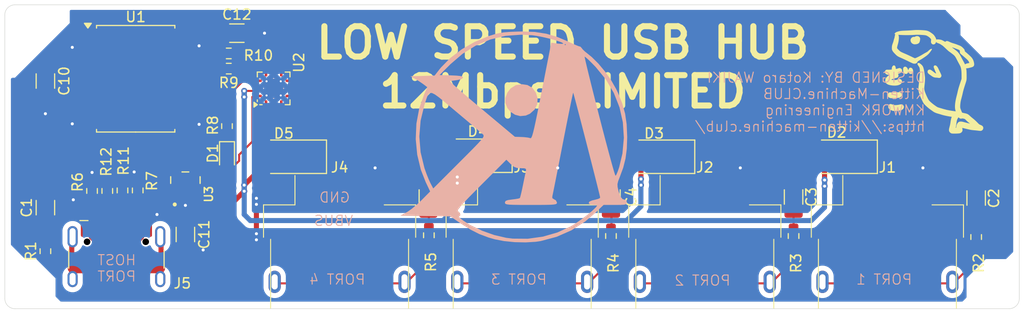
<source format=kicad_pcb>
(kicad_pcb (version 20241229) (generator "pcbnew") (generator_version "9.0")
  (layers (0 "F.Cu" signal) (2 "B.Cu" signal) (13 "F.Paste" user) (15 "B.Paste" user) (5 "F.SilkS" user "F.Silkscreen") (7 "B.SilkS" user "B.Silkscreen") (1 "F.Mask" user) (3 "B.Mask" user) (25 "Edge.Cuts" user))
  (net 0 "")
  (net 1 "Net-(C1-Pad1)")
  (net 2 "GND")
  (net 3 "Net-(C2-Pad1)")
  (net 4 "Net-(C3-Pad1)")
  (net 5 "Net-(C4-Pad1)")
  (net 6 "Net-(C5-Pad1)")
  (net 7 "VBUS")
  (net 8 "+3.3V")
  (net 9 "Net-(D1-K)")
  (net 10 "Net-(D2-K)")
  (net 11 "Net-(D3-K)")
  (net 12 "Net-(D4-K)")
  (net 13 "Net-(D5-K)")
  (net 14 "Net-(J1-Shield)")
  (net 15 "D-1")
  (net 16 "D+1")
  (net 17 "D-2")
  (net 18 "Net-(J2-Shield)")
  (net 19 "D+2")
  (net 20 "D-3")
  (net 21 "Net-(J3-Shield)")
  (net 22 "D+3")
  (net 23 "Net-(J4-Shield)")
  (net 24 "D+4")
  (net 25 "D-4")
  (net 26 "Net-(J5-SHIELD)")
  (net 27 "UD-")
  (net 28 "UD+")
  (net 29 "Net-(J5-CC1)")
  (net 30 "Net-(J5-CC2)")
  (net 31 "Net-(U2-PGANG)")
  (net 32 "DD+")
  (net 33 "Net-(U1-DD+)")
  (net 34 "Net-(U1-DD-)")
  (net 35 "DD-")
  (net 36 "Net-(U1-UD+)")
  (net 37 "Net-(U1-UD-)")
  (footprint "Resistor_SMD:R_0603_1608Metric" (layer "F.Cu") (at 93.6 118.375 90)
    (property "Reference" "R6" (at 0.875 -1.43 90) (layer "F.SilkS"))
    (property "Value" "R 5.1K" (hide yes))
    (pad "1" smd roundrect (at -0.825 0 90) (size 0.8 0.95) (layers "F.Cu" "F.Mask" "F.Paste") (net 29 "Net-(J5-CC1)"))
    (pad "2" smd roundrect (at 0.825 0 90) (size 0.8 0.95) (layers "F.Cu" "F.Mask" "F.Paste") (net 2 "GND"))
  )
  (footprint "Library:USB_A_Receptacle_C668591" (layer "F.Cu") (at 118 123)
    (property "Reference" "J4" (at 0 -6.95 0) (layer "F.SilkS"))
    (property "Value" "USB_A C668591")
    (pad "1" smd roundrect (at -3.5 -4.2) (size 1.3 3) (layers "F.Cu" "F.Mask" "F.Paste") (net 13 "Net-(D5-K)"))
    (pad "2" smd roundrect (at -1 -4.2) (size 1.3 3) (layers "F.Cu" "F.Mask" "F.Paste") (net 25 "D-4"))
    (pad "3" smd roundrect (at 1 -4.2) (size 1.3 3) (layers "F.Cu" "F.Mask" "F.Paste") (net 24 "D+4"))
    (pad "4" smd roundrect (at 3.5 -4.2) (size 1.3 3) (layers "F.Cu" "F.Mask" "F.Paste") (net 2 "GND"))
    (pad "5" thru_hole oval (at -6.4 4.35) (size 1.2 2.2) (drill oval 0.6 1.5) (property pad_prop_heatsink) (layers "*.Cu" "*.Mask") (net 23 "Net-(J4-Shield)"))
    (pad "5" thru_hole oval (at 6.4 4.35) (size 1.2 2.2) (drill oval 0.6 1.5) (property pad_prop_heatsink) (layers "*.Cu" "*.Mask") (net 23 "Net-(J4-Shield)"))
  )
  (footprint "Resistor_SMD:R_0603_1608Metric" (layer "F.Cu") (at 106.9 111.975 -90)
    (property "Reference" "R8" (at -0.075 1.4 90) (layer "F.SilkS"))
    (property "Value" "R 1K" (hide yes))
    (pad "1" smd roundrect (at -0.825 0 270) (size 0.8 0.95) (layers "F.Cu" "F.Mask" "F.Paste") (net 31 "Net-(U2-PGANG)"))
    (pad "2" smd roundrect (at 0.825 0 270) (size 0.8 0.95) (layers "F.Cu" "F.Mask" "F.Paste") (net 9 "Net-(D1-K)"))
  )
  (footprint "MountingHole:MountingHole_2.2mm_M2" (layer "F.Cu") (at 183 128)
    (property "Reference" "H4" (hide yes))
    (property "Value" "MountingHole" (hide yes))
    (pad "" np_thru_hole circle (at 0 0) (size 2.2 2.2) (drill 2.2) (layers "*.Cu" "*.Mask"))
  )
  (footprint "Library:USB_A_Receptacle_C668591" (layer "F.Cu") (at 172 123)
    (property "Reference" "J1" (at 0 -6.95 0) (layer "F.SilkS"))
    (property "Value" "USB_A C668591")
    (pad "1" smd roundrect (at -3.5 -4.2) (size 1.3 3) (layers "F.Cu" "F.Mask" "F.Paste") (net 10 "Net-(D2-K)"))
    (pad "2" smd roundrect (at -1 -4.2) (size 1.3 3) (layers "F.Cu" "F.Mask" "F.Paste") (net 15 "D-1"))
    (pad "3" smd roundrect (at 1 -4.2) (size 1.3 3) (layers "F.Cu" "F.Mask" "F.Paste") (net 16 "D+1"))
    (pad "4" smd roundrect (at 3.5 -4.2) (size 1.3 3) (layers "F.Cu" "F.Mask" "F.Paste") (net 2 "GND"))
    (pad "5" thru_hole oval (at -6.4 4.35) (size 1.2 2.2) (drill oval 0.6 1.5) (property pad_prop_heatsink) (layers "*.Cu" "*.Mask") (net 14 "Net-(J1-Shield)"))
    (pad "5" thru_hole oval (at 6.4 4.35) (size 1.2 2.2) (drill oval 0.6 1.5) (property pad_prop_heatsink) (layers "*.Cu" "*.Mask") (net 14 "Net-(J1-Shield)"))
  )
  (footprint "Capacitor_SMD:C_1206_3216Metric" (layer "F.Cu") (at 89 107.525 -90)
    (property "Reference" "C10" (at 0 -1.85 90) (layer "F.SilkS"))
    (property "Value" "C 1uF" (hide yes))
    (pad "1" smd roundrect (at -1.475 0 270) (size 1.15 1.8) (layers "F.Cu" "F.Mask" "F.Paste") (roundrect_rratio 0.217391) (net 8 "+3.3V"))
    (pad "2" smd roundrect (at 1.475 0 270) (size 1.15 1.8) (layers "F.Cu" "F.Mask" "F.Paste") (roundrect_rratio 0.217391) (net 2 "GND"))
  )
  (footprint "Capacitor_SMD:C_1206_3216Metric" (layer "F.Cu") (at 107.875 102.8)
    (property "Reference" "C12" (at 0 -1.85 0) (layer "F.SilkS"))
    (property "Value" "C 1uF" (hide yes))
    (pad "1" smd roundrect (at -1.475 0) (size 1.15 1.8) (layers "F.Cu" "F.Mask" "F.Paste") (roundrect_rratio 0.217391) (net 8 "+3.3V"))
    (pad "2" smd roundrect (at 1.475 0) (size 1.15 1.8) (layers "F.Cu" "F.Mask" "F.Paste") (roundrect_rratio 0.217391) (net 2 "GND"))
  )
  (footprint "MountingHole:MountingHole_2.2mm_M2" (layer "F.Cu") (at 183 102)
    (property "Reference" "H2" (hide yes))
    (property "Value" "MountingHole" (hide yes))
    (pad "" np_thru_hole circle (at 0 0) (size 2.2 2.2) (drill 2.2) (layers "*.Cu" "*.Mask"))
  )
  (footprint "Capacitor_SMD:C_1206_3216Metric" (layer "F.Cu") (at 180.75 119.075 90)
    (property "Reference" "C2" (at -0.025 1.75 90) (layer "F.SilkS"))
    (property "Value" "C 0.01uF" (hide yes))
    (pad "1" smd roundrect (at -1.475 0 90) (size 1.15 1.8) (layers "F.Cu" "F.Mask" "F.Paste") (roundrect_rratio 0.217391) (net 3 "Net-(C2-Pad1)"))
    (pad "2" smd roundrect (at 1.475 0 90) (size 1.15 1.8) (layers "F.Cu" "F.Mask" "F.Paste") (roundrect_rratio 0.217391) (net 2 "GND"))
  )
  (footprint "Diode_SMD:D_SMA" (layer "F.Cu") (at 167.5 115 180)
    (property "Reference" "D2" (at 0.5 2.4 180) (layer "F.SilkS"))
    (property "Value" "D SS34 C8678")
    (pad "1" smd roundrect (at -2 0 180) (size 2.5 1.8) (layers "F.Cu" "F.Mask" "F.Paste") (roundrect_rratio 0.1388888889) (net 10 "Net-(D2-K)"))
    (pad "2" smd roundrect (at 2 0 180) (size 2.5 1.8) (layers "F.Cu" "F.Mask" "F.Paste") (roundrect_rratio 0.1388888889) (net 7 "VBUS"))
  )
  (footprint "Capacitor_SMD:C_1206_3216Metric" (layer "F.Cu") (at 144.75 118.975 90)
    (property "Reference" "C4" (at 0 2 90) (layer "F.SilkS"))
    (property "Value" "C 0.01uF" (hide yes))
    (pad "1" smd roundrect (at -1.475 0 90) (size 1.15 1.8) (layers "F.Cu" "F.Mask" "F.Paste") (roundrect_rratio 0.217391) (net 5 "Net-(C4-Pad1)"))
    (pad "2" smd roundrect (at 1.475 0 90) (size 1.15 1.8) (layers "F.Cu" "F.Mask" "F.Paste") (roundrect_rratio 0.217391) (net 2 "GND"))
  )
  (footprint "MountingHole:MountingHole_2.2mm_M2" (layer "F.Cu") (at 87 102)
    (property "Reference" "H1" (hide yes))
    (property "Value" "MountingHole" (hide yes))
    (pad "" np_thru_hole circle (at 0 0) (size 2.2 2.2) (drill 2.2) (layers "*.Cu" "*.Mask"))
  )
  (footprint "Capacitor_SMD:C_1206_3216Metric" (layer "F.Cu") (at 89 120.025 90)
    (property "Reference" "C1" (at 0 -1.85 90) (layer "F.SilkS"))
    (property "Value" "C 0.01uF" (hide yes))
    (pad "1" smd roundrect (at -1.475 0 90) (size 1.15 1.8) (layers "F.Cu" "F.Mask" "F.Paste") (roundrect_rratio 0.217391) (net 1 "Net-(C1-Pad1)"))
    (pad "2" smd roundrect (at 1.475 0 90) (size 1.15 1.8) (layers "F.Cu" "F.Mask" "F.Paste") (roundrect_rratio 0.217391) (net 2 "GND"))
  )
  (footprint "MountingHole:MountingHole_2.2mm_M2" (layer "F.Cu") (at 87 128)
    (property "Reference" "H3" (hide yes))
    (property "Value" "MountingHole" (hide yes))
    (pad "" np_thru_hole circle (at 0 0) (size 2.2 2.2) (drill 2.2) (layers "*.Cu" "*.Mask"))
  )
  (footprint "Capacitor_SMD:C_1206_3216Metric" (layer "F.Cu") (at 102.8 122.675 -90)
    (property "Reference" "C11" (at 0 -1.85 90) (layer "F.SilkS"))
    (property "Value" "C 1uF" (hide yes))
    (pad "1" smd roundrect (at -1.475 0 270) (size 1.15 1.8) (layers "F.Cu" "F.Mask" "F.Paste") (roundrect_rratio 0.217391) (net 7 "VBUS"))
    (pad "2" smd roundrect (at 1.475 0 270) (size 1.15 1.8) (layers "F.Cu" "F.Mask" "F.Paste") (roundrect_rratio 0.217391) (net 2 "GND"))
  )
  (footprint "TLV73333PDBVR:SOT95P280X145-5N" (layer "F.Cu") (at 102.8 117.3 90)
    (property "Reference" "U3" (at -1.4 2.3 90) (layer "F.SilkS") (effects (font (size 0.8 0.8))))
    (property "Value" "TLV73333PDBVR" (hide yes))
    (pad "1" smd roundrect (at -1.255 -0.95 90) (size 1.21 0.59) (layers "F.Cu" "F.Mask" "F.Paste") (net 7 "VBUS"))
    (pad "2" smd roundrect (at -1.255 0 90) (size 1.21 0.59) (layers "F.Cu" "F.Mask" "F.Paste") (net 2 "GND"))
    (pad "3" smd roundrect (at -1.255 0.95 90) (size 1.21 0.59) (layers "F.Cu" "F.Mask" "F.Paste") (net 7 "VBUS"))
    (pad "4" smd roundrect (at 1.255 0.95 90) (size 1.21 0.59) (layers "F.Cu" "F.Mask" "F.Paste"))
    (pad "5" smd roundrect (at 1.255 -0.95 90) (size 1.21 0.59) (layers "F.Cu" "F.Mask" "F.Paste") (net 8 "+3.3V"))
  )
  (footprint "Resistor_SMD:R_0603_1608Metric" (layer "F.Cu") (at 107.075 106.3)
    (property "Reference" "R9" (at 0 1.4 0) (layer "F.SilkS"))
    (property "Value" "R 27" (hide yes))
    (pad "1" smd roundrect (at -0.825 0) (size 0.8 0.95) (layers "F.Cu" "F.Mask" "F.Paste") (net 33 "Net-(U1-DD+)"))
    (pad "2" smd roundrect (at 0.825 0) (size 0.8 0.95) (layers "F.Cu" "F.Mask" "F.Paste") (net 32 "DD+"))
  )
  (footprint "Resistor_SMD:R_0603_1608Metric" (layer "F.Cu") (at 180.75 122.925 90)
    (property "Reference" "R2" (at -2.575 0.25 90) (layer "F.SilkS"))
    (property "Value" "R 100k" (hide yes))
    (pad "1" smd roundrect (at -0.825 0 90) (size 0.8 0.95) (layers "F.Cu" "F.Mask" "F.Paste") (net 14 "Net-(J1-Shield)"))
    (pad "2" smd roundrect (at 0.825 0 90) (size 0.8 0.95) (layers "F.Cu" "F.Mask" "F.Paste") (net 3 "Net-(C2-Pad1)"))
  )
  (footprint "Resistor_SMD:R_0603_1608Metric" (layer "F.Cu") (at 95.1 118.375 -90)
    (property "Reference" "R12" (at -2.875 0.1 90) (layer "F.SilkS"))
    (property "Value" "R 27")
    (pad "1" smd roundrect (at -0.825 0 270) (size 0.8 0.95) (layers "F.Cu" "F.Mask" "F.Paste") (net 37 "Net-(U1-UD-)"))
    (pad "2" smd roundrect (at 0.825 0 270) (size 0.8 0.95) (layers "F.Cu" "F.Mask" "F.Paste") (net 27 "UD-"))
  )
  (footprint "Capacitor_SMD:C_1206_3216Metric" (layer "F.Cu") (at 126.75 118.975 90)
    (property "Reference" "C5" (at 0 1.775 90) (layer "F.SilkS"))
    (property "Value" "C 0.01uF" (hide yes))
    (pad "1" smd roundrect (at -1.475 0 90) (size 1.15 1.8) (layers "F.Cu" "F.Mask" "F.Paste") (roundrect_rratio 0.217391) (net 6 "Net-(C5-Pad1)"))
    (pad "2" smd roundrect (at 1.475 0 90) (size 1.15 1.8) (layers "F.Cu" "F.Mask" "F.Paste") (roundrect_rratio 0.217391) (net 2 "GND"))
  )
  (footprint "Library:USB_A_Receptacle_C668591" (layer "F.Cu") (at 154 123)
    (property "Reference" "J2" (at 0 -6.95 0) (layer "F.SilkS"))
    (property "Value" "USB_A C668591")
    (pad "1" smd roundrect (at -3.5 -4.2) (size 1.3 3) (layers "F.Cu" "F.Mask" "F.Paste") (net 11 "Net-(D3-K)"))
    (pad "2" smd roundrect (at -1 -4.2) (size 1.3 3) (layers "F.Cu" "F.Mask" "F.Paste") (net 17 "D-2"))
    (pad "3" smd roundrect (at 1 -4.2) (size 1.3 3) (layers "F.Cu" "F.Mask" "F.Paste") (net 19 "D+2"))
    (pad "4" smd roundrect (at 3.5 -4.2) (size 1.3 3) (layers "F.Cu" "F.Mask" "F.Paste") (net 2 "GND"))
    (pad "5" thru_hole oval (at -6.4 4.35) (size 1.2 2.2) (drill oval 0.6 1.5) (property pad_prop_heatsink) (layers "*.Cu" "*.Mask") (net 18 "Net-(J2-Shield)"))
    (pad "5" thru_hole oval (at 6.4 4.35) (size 1.2 2.2) (drill oval 0.6 1.5) (property pad_prop_heatsink) (layers "*.Cu" "*.Mask") (net 18 "Net-(J2-Shield)"))
  )
  (footprint "Resistor_SMD:R_0603_1608Metric" (layer "F.Cu") (at 89 124.325 90)
    (property "Reference" "R1" (at 0 -1.43 90) (layer "F.SilkS"))
    (property "Value" "R 100k" (hide yes))
    (pad "1" smd roundrect (at -0.825 0 90) (size 0.8 0.95) (layers "F.Cu" "F.Mask" "F.Paste") (net 26 "Net-(J5-SHIELD)"))
    (pad "2" smd roundrect (at 0.825 0 90) (size 0.8 0.95) (layers "F.Cu" "F.Mask" "F.Paste") (net 1 "Net-(C1-Pad1)"))
  )
  (footprint "Package_SO:SOIC-16W_7.5x10.3mm_P1.27mm" (layer "F.Cu") (at 97.9 107.3)
    (property "Reference" "U1" (at 0 -6.1 0) (layer "F.SilkS"))
    (property "Value" "ADUM4160" (hide yes))
    (pad "1" smd roundrect (at -4.65 -4.445) (size 2.05 0.6) (layers "F.Cu" "F.Mask" "F.Paste") (net 8 "+3.3V"))
    (pad "2" smd roundrect (at -4.65 -3.175) (size 2.05 0.6) (layers "F.Cu" "F.Mask" "F.Paste") (net 2 "GND"))
    (pad "3" smd roundrect (at -4.65 -1.905) (size 2.05 0.6) (layers "F.Cu" "F.Mask" "F.Paste") (net 8 "+3.3V"))
    (pad "4" smd roundrect (at -4.65 -0.635) (size 2.05 0.6) (layers "F.Cu" "F.Mask" "F.Paste") (net 8 "+3.3V"))
    (pad "5" smd roundrect (at -4.65 0.635) (size 2.05 0.6) (layers "F.Cu" "F.Mask" "F.Paste") (net 8 "+3.3V"))
    (pad "6" smd roundrect (at -4.65 1.905) (size 2.05 0.6) (layers "F.Cu" "F.Mask" "F.Paste") (net 37 "Net-(U1-UD-)"))
    (pad "7" smd roundrect (at -4.65 3.175) (size 2.05 0.6) (layers "F.Cu" "F.Mask" "F.Paste") (net 36 "Net-(U1-UD+)"))
    (pad "8" smd roundrect (at -4.65 4.445) (size 2.05 0.6) (layers "F.Cu" "F.Mask" "F.Paste") (net 2 "GND"))
    (pad "9" smd roundrect (at 4.65 4.445) (size 2.05 0.6) (layers "F.Cu" "F.Mask" "F.Paste") (net 2 "GND"))
    (pad "10" smd roundrect (at 4.65 3.175) (size 2.05 0.6) (layers "F.Cu" "F.Mask" "F.Paste") (net 33 "Net-(U1-DD+)"))
    (pad "11" smd roundrect (at 4.65 1.905) (size 2.05 0.6) (layers "F.Cu" "F.Mask" "F.Paste") (net 34 "Net-(U1-DD-)"))
    (pad "12" smd roundrect (at 4.65 0.635) (size 2.05 0.6) (layers "F.Cu" "F.Mask" "F.Paste") (net 8 "+3.3V"))
    (pad "13" smd roundrect (at 4.65 -0.635) (size 2.05 0.6) (layers "F.Cu" "F.Mask" "F.Paste") (net 8 "+3.3V"))
    (pad "14" smd roundrect (at 4.65 -1.905) (size 2.05 0.6) (layers "F.Cu" "F.Mask" "F.Paste") (net 8 "+3.3V"))
    (pad "15" smd roundrect (at 4.65 -3.175) (size 2.05 0.6) (layers "F.Cu" "F.Mask" "F.Paste") (net 2 "GND"))
    (pad "16" smd roundrect (at 4.65 -4.445) (size 2.05 0.6) (layers "F.Cu" "F.Mask" "F.Paste") (net 8 "+3.3V"))
  )
  (footprint "Library:ZAKO" (layer "F.Cu") (at 176.812379 108.222856)
    (property "Reference" "G***" (hide yes))
    (property "Value" "LOGO" (hide yes))
  )
  (footprint "Library:CH334P" (layer "F.Cu") (at 111.5 108.25 90)
    (property "Reference" "U2" (at 2.55 2.5 90) (layer "F.SilkS"))
    (property "Value" "CH334P" (hide yes))
    (pad "1" smd roundrect (at -1.5125 -0.75 90) (size 0.675 0.25) (layers "F.Cu" "F.Mask" "F.Paste"))
    (pad "2" smd roundrect (at -1.5125 -0.25 90) (size 0.675 0.25) (layers "F.Cu" "F.Mask" "F.Paste"))
    (pad "3" smd roundrect (at -1.5125 0.25 90) (size 0.675 0.25) (layers "F.Cu" "F.Mask" "F.Paste") (net 25 "D-4"))
    (pad "4" smd roundrect (at -1.5125 0.75 90) (size 0.675 0.25) (layers "F.Cu" "F.Mask" "F.Paste") (net 24 "D+4"))
    (pad "5" smd roundrect (at -0.75 1.5125 90) (size 0.25 0.675) (layers "F.Cu" "F.Mask" "F.Paste") (net 20 "D-3"))
    (pad "6" smd roundrect (at -0.25 1.5125 90) (size 0.25 0.675) (layers "F.Cu" "F.Mask" "F.Paste") (net 22 "D+3"))
    (pad "7" smd roundrect (at 0.25 1.5125 90) (size 0.25 0.675) (layers "F.Cu" "F.Mask" "F.Paste") (net 17 "D-2"))
    (pad "8" smd roundrect (at 0.75 1.5125 90) (size 0.25 0.675) (layers "F.Cu" "F.Mask" "F.Paste") (net 19 "D+2"))
    (pad "9" smd roundrect (at 1.5125 0.75 90) (size 0.675 0.25) (layers "F.Cu" "F.Mask" "F.Paste") (net 15 "D-1"))
    (pad "10" smd roundrect (at 1.5125 0.25 90) (size 0.675 0.25) (layers "F.Cu" "F.Mask" "F.Paste") (net 16 "D+1"))
    (pad "11" smd roundrect (at 1.5125 -0.25 90) (size 0.675 0.25) (layers "F.Cu" "F.Mask" "F.Paste") (net 35 "DD-"))
    (pad "12" smd roundrect (at 1.5125 -0.75 90) (size 0.675 0.25) (layers "F.Cu" "F.Mask" "F.Paste") (net 32 "DD+"))
    (pad "13" smd roundrect (at 0.75 -1.5125 90) (size 0.25 0.675) (layers "F.Cu" "F.Mask" "F.Paste"))
    (pad "14" smd roundrect (at 0.25 -1.5125 90) (size 0.25 0.675) (layers "F.Cu" "F.Mask" "F.Paste") (net 31 "Net-(U2-PGANG)"))
    (pad "15" smd roundrect (at -0.25 -1.5125 90) (size 0.25 0.675) (layers "F.Cu" "F.Mask" "F.Paste") (net 7 "VBUS"))
    (pad "16" smd roundrect (at -0.75 -1.5125 90) (size 0.25 0.675) (layers "F.Cu" "F.Mask" "F.Paste") (net 8 "+3.3V"))
    (pad "17" thru_hole circle (at -0.7 -0.7 90) (size 0.5 0.5) (drill 0.2) (property pad_prop_heatsink) (layers "*.Cu") (net 2 "GND"))
    (pad "17" thru_hole circle (at -0.7 0.7 90) (size 0.5 0.5) (drill 0.2) (property pad_prop_heatsink) (layers "*.Cu") (net 2 "GND"))
    (pad "17" smd rect (at 0 0 90) (size 1.9 1.9) (property pad_prop_heatsink) (layers "F.Cu" "F.Mask") (net 2 "GND"))
    (pad "17" smd rect (at 0 0 90) (size 1.9 1.9) (property pad_prop_heatsink) (layers "B.Cu") (net 2 "GND"))
    (pad "17" thru_hole circle (at 0.7 -0.7 90) (size 0.5 0.5) (drill 0.2) (property pad_prop_heatsink) (layers "*.Cu") (net 2 "GND"))
    (pad "17" thru_hole circle (at 0.7 0.7 90) (size 0.5 0.5) (drill 0.2) (property pad_prop_heatsink) (layers "*.Cu") (net 2 "GND"))
  )
  (footprint "Diode_SMD:D_SMA" (layer "F.Cu") (at 131.5 114.9 180)
    (property "Reference" "D4" (at -0.1 2.4 180) (layer "F.SilkS"))
    (property "Value" "D SS34 C8678")
    (pad "1" smd roundrect (at -2 0 180) (size 2.5 1.8) (layers "F.Cu" "F.Mask" "F.Paste") (roundrect_rratio 0.1388888889) (net 12 "Net-(D4-K)"))
    (pad "2" smd roundrect (at 2 0 180) (size 2.5 1.8) (layers "F.Cu" "F.Mask" "F.Paste") (roundrect_rratio 0.1388888889) (net 7 "VBUS"))
  )
  (footprint "Resistor_SMD:R_0603_1608Metric" (layer "F.Cu") (at 96.6 118.325 90)
    (property "Reference" "R11" (at 2.925 0.1 90) (layer "F.SilkS"))
    (property "Value" "R 27")
    (pad "1" smd roundrect (at -0.825 0 90) (size 0.8 0.95) (layers "F.Cu" "F.Mask" "F.Paste") (net 28 "UD+"))
    (pad "2" smd roundrect (at 0.825 0 90) (size 0.8 0.95) (layers "F.Cu" "F.Mask" "F.Paste") (net 36 "Net-(U1-UD+)"))
  )
  (footprint "Resistor_SMD:R_0603_1608Metric" (layer "F.Cu") (at 144.75 122.825 90)
    (property "Reference" "R4" (at -2.675 0.25 90) (layer "F.SilkS"))
    (property "Value" "R 100k" (hide yes))
    (pad "1" smd roundrect (at -0.825 0 90) (size 0.8 0.95) (layers "F.Cu" "F.Mask" "F.Paste") (net 21 "Net-(J3-Shield)"))
    (pad "2" smd roundrect (at 0.825 0 90) (size 0.8 0.95) (layers "F.Cu" "F.Mask" "F.Paste") (net 5 "Net-(C4-Pad1)"))
  )
  (footprint "LED_SMD:LED_0603_1608Metric" (layer "F.Cu") (at 106.9 115 -90)
    (property "Reference" "D1" (at -0.3425 1.4 90) (layer "F.SilkS"))
    (property "Value" "LED" (hide yes))
    (pad "1" smd roundrect (at -0.7875 0 270) (size 0.875 0.95) (layers "F.Cu" "F.Mask" "F.Paste") (net 9 "Net-(D1-K)"))
    (pad "2" smd roundrect (at 0.7875 0 270) (size 0.875 0.95) (layers "F.Cu" "F.Mask" "F.Paste") (net 8 "+3.3V"))
  )
  (footprint "Resistor_SMD:R_0603_1608Metric" (layer "F.Cu") (at 162.75 122.825 90)
    (property "Reference" "R3" (at -2.675 0.25 90) (layer "F.SilkS"))
    (property "Value" "R 100k" (hide yes))
    (pad "1" smd roundrect (at -0.825 0 90) (size 0.8 0.95) (layers "F.Cu" "F.Mask" "F.Paste") (net 18 "Net-(J2-Shield)"))
    (pad "2" smd roundrect (at 0.825 0 90) (size 0.8 0.95) (layers "F.Cu" "F.Mask" "F.Paste") (net 4 "Net-(C3-Pad1)"))
  )
  (footprint "Diode_SMD:D_SMA" (layer "F.Cu") (at 113.2 115 180)
    (property "Reference" "D5" (at 0.7 2.3 180) (layer "F.SilkS"))
    (property "Value" "D SS34 C8678")
    (pad "1" smd roundrect (at -2 0 180) (size 2.5 1.8) (layers "F.Cu" "F.Mask" "F.Paste") (roundrect_rratio 0.1388888889) (net 13 "Net-(D5-K)"))
    (pad "2" smd roundrect (at 2 0 180) (size 2.5 1.8) (layers "F.Cu" "F.Mask" "F.Paste") (roundrect_rratio 0.1388888889) (net 7 "VBUS"))
  )
  (footprint "Connector_USB:USB_C_Receptacle_HCTL_HC-TYPE-C-16P-01A" (layer "F.Cu") (at 96 126)
    (property "Reference" "J5" (at 6.5 1.5 0) (layer "F.SilkS"))
    (property "Value" "USB_C_Receptacle_USB2.0_14P" (hide yes))
    (pad "" np_thru_hole circle (at -2.89 -2.605) (size 0.65 0.65) (drill 0.65) (layers "*.Mask"))
    (pad "" np_thru_hole circle (at 2.89 -2.605) (size 0.65 0.65) (drill 0.65) (layers "*.Mask"))
    (pad "A1" smd roundrect (at -3.2 -3.745) (size 0.6 1.3) (layers "F.Cu" "F.Mask" "F.Paste") (net 2 "GND"))
    (pad "A4" smd roundrect (at -2.4 -3.745) (size 0.6 1.3) (layers "F.Cu" "F.Mask" "F.Paste") (net 7 "VBUS"))
    (pad "A5" smd roundrect (at -1.25 -3.745) (size 0.3 1.3) (layers "F.Cu" "F.Mask" "F.Paste") (net 29 "Net-(J5-CC1)"))
    (pad "A6" smd roundrect (at -0.25 -3.745) (size 0.3 1.3) (layers "F.Cu" "F.Mask" "F.Paste") (net 28 "UD+"))
    (pad "A7" smd roundrect (at 0.25 -3.745) (size 0.3 1.3) (layers "F.Cu" "F.Mask" "F.Paste") (net 27 "UD-"))
    (pad "A8" smd roundrect (at 1.25 -3.745) (size 0.3 1.3) (layers "F.Cu" "F.Mask" "F.Paste"))
    (pad "A9" smd roundrect (at 2.4 -3.745) (size 0.6 1.3) (layers "F.Cu" "F.Mask" "F.Paste") (net 7 "VBUS"))
    (pad "A12" smd roundrect (at 3.2 -3.745) (size 0.6 1.3) (layers "F.Cu" "F.Mask" "F.Paste") (net 2 "GND"))
    (pad "B1" smd roundrect (at 3.2 -3.745) (size 0.6 1.3) (layers "F.Cu" "F.Mask" "F.Paste") (net 2 "GND"))
    (pad "B4" smd roundrect (at 2.4 -3.745) (size 0.6 1.3) (layers "F.Cu" "F.Mask" "F.Paste") (net 7 "VBUS"))
    (pad "B5" smd roundrect (at 1.75 -3.745) (size 0.3 1.3) (layers "F.Cu" "F.Mask" "F.Paste") (net 30 "Net-(J5-CC2)"))
    (pad "B6" smd roundrect (at 0.75 -3.745) (size 0.3 1.3) (layers "F.Cu" "F.Mask" "F.Paste") (net 28 "UD+"))
    (pad "B7" smd roundrect (at -0.75 -3.745) (size 0.3 1.3) (layers "F.Cu" "F.Mask" "F.Paste") (net 27 "UD-"))
    (pad "B8" smd roundrect (at -1.75 -3.745) (size 0.3 1.3) (layers "F.Cu" "F.Mask" "F.Paste"))
    (pad "B9" smd roundrect (at -2.4 -3.745) (size 0.6 1.3) (layers "F.Cu" "F.Mask" "F.Paste") (net 7 "VBUS"))
    (pad "B12" smd roundrect (at -3.2 -3.745) (size 0.6 1.3) (layers "F.Cu" "F.Mask" "F.Paste") (net 2 "GND"))
    (pad "S1" thru_hole oval (at -4.32 -3.105) (size 1 2.1) (drill oval 0.6 1.7) (property pad_prop_heatsink) (layers "*.Cu" "*.Mask") (net 26 "Net-(J5-SHIELD)"))
    (pad "S1" thru_hole oval (at -4.32 1.075) (size 1 1.6) (drill oval 0.6 1.2) (property pad_prop_heatsink) (layers "*.Cu" "*.Mask") (net 26 "Net-(J5-SHIELD)"))
    (pad "S1" thru_hole oval (at 4.32 -3.105) (size 1 2.1) (drill oval 0.6 1.7) (property pad_prop_heatsink) (layers "*.Cu" "*.Mask") (net 26 "Net-(J5-SHIELD)"))
    (pad "S1" thru_hole oval (at 4.32 1.075) (size 1 1.6) (drill oval 0.6 1.2) (property pad_prop_heatsink) (layers "*.Cu" "*.Mask") (net 26 "Net-(J5-SHIELD)"))
  )
  (footprint "Capacitor_SMD:C_1206_3216Metric" (layer "F.Cu") (at 162.75 118.975 90)
    (property "Reference" "C3" (at 0 1.75 90) (layer "F.SilkS"))
    (property "Value" "C 0.01uF" (hide yes))
    (pad "1" smd roundrect (at -1.475 0 90) (size 1.15 1.8) (layers "F.Cu" "F.Mask" "F.Paste") (roundrect_rratio 0.217391) (net 4 "Net-(C3-Pad1)"))
    (pad "2" smd roundrect (at 1.475 0 90) (size 1.15 1.8) (layers "F.Cu" "F.Mask" "F.Paste") (roundrect_rratio 0.217391) (net 2 "GND"))
  )
  (footprint "Diode_SMD:D_SMA" (layer "F.Cu") (at 149.5 115 180)
    (property "Reference" "D3" (at 0.5 2.3 180) (layer "F.SilkS"))
    (property "Value" "D SS34 C8678")
    (pad "1" smd roundrect (at -2 0 180) (size 2.5 1.8) (layers "F.Cu" "F.Mask" "F.Paste") (roundrect_rratio 0.1388888889) (net 11 "Net-(D3-K)"))
    (pad "2" smd roundrect (at 2 0 180) (size 2.5 1.8) (layers "F.Cu" "F.Mask" "F.Paste") (roundrect_rratio 0.1388888889) (net 7 "VBUS"))
  )
  (footprint "Resistor_SMD:R_0603_1608Metric" (layer "F.Cu") (at 126.8 122.75 90)
    (property "Reference" "R5" (at -2.65 0.2 90) (layer "F.SilkS"))
    (property "Value" "R 100k" (hide yes))
    (pad "1" smd roundrect (at -0.825 0 90) (size 0.8 0.95) (layers "F.Cu" "F.Mask" "F.Paste") (net 23 "Net-(J4-Shield)"))
    (pad "2" smd roundrect (at 0.825 0 90) (size 0.8 0.95) (layers "F.Cu" "F.Mask" "F.Paste") (net 6 "Net-(C5-Pad1)"))
  )
  (footprint "Resistor_SMD:R_0603_1608Metric" (layer "F.Cu") (at 107.075 104.8 180)
    (property "Reference" "R10" (at -2.925 -0.2 0) (layer "F.SilkS"))
    (property "Value" "R 27" (hide yes))
    (pad "1" smd roundrect (at -0.825 0 180) (size 0.8 0.95) (layers "F.Cu" "F.Mask" "F.Paste") (net 35 "DD-"))
    (pad "2" smd roundrect (at 0.825 0 180) (size 0.8 0.95) (layers "F.Cu" "F.Mask" "F.Paste") (net 34 "Net-(U1-DD-)"))
  )
  (footprint "Library:USB_A_Receptacle_C668591" (layer "F.Cu") (at 136 123)
    (property "Reference" "J3" (at 0 -6.95 0) (layer "F.SilkS"))
    (property "Value" "USB_A C668591")
    (pad "1" smd roundrect (at -3.5 -4.2) (size 1.3 3) (layers "F.Cu" "F.Mask" "F.Paste") (net 12 "Net-(D4-K)"))
    (pad "2" smd roundrect (at -1 -4.2) (size 1.3 3) (layers "F.Cu" "F.Mask" "F.Paste") (net 20 "D-3"))
    (pad "3" smd roundrect (at 1 -4.2) (size 1.3 3) (layers "F.Cu" "F.Mask" "F.Paste") (net 22 "D+3"))
    (pad "4" smd roundrect (at 3.5 -4.2) (size 1.3 3) (layers "F.Cu" "F.Mask" "F.Paste") (net 2 "GND"))
    (pad "5" thru_hole oval (at -6.4 4.35) (size 1.2 2.2) (drill oval 0.6 1.5) (property pad_prop_heatsink) (layers "*.Cu" "*.Mask") (net 21 "Net-(J3-Shield)"))
    (pad "5" thru_hole oval (at 6.4 4.35) (size 1.2 2.2) (drill oval 0.6 1.5) (property pad_prop_heatsink) (layers "*.Cu" "*.Mask") (net 21 "Net-(J3-Shield)"))
  )
  (footprint "Resistor_SMD:R_0603_1608Metric" (layer "F.Cu") (at 98.1 118.325 90)
    (property "Reference" "R7" (at 0.925 1.4 90) (layer "F.SilkS"))
    (property "Value" "R 5.1K" (hide yes))
    (pad "1" smd roundrect (at -0.825 0 90) (size 0.8 0.95) (layers "F.Cu" "F.Mask" "F.Paste") (net 30 "Net-(J5-CC2)"))
    (pad "2" smd roundrect (at 0.825 0 90) (size 0.8 0.95) (layers "F.Cu" "F.Mask" "F.Paste") (net 2 "GND"))
  )
  (footprint "Library:KM_LOGO" (layer "B.Cu") (at 136.3 113 180)
    (property "Reference" "G***" (hide yes))
    (property "Value" "LOGO" (hide yes))
  )
  (gr_line (start 92.5 105.4) (end 90.3 105.4) (stroke (width 0.5)) (layer "F.Cu") (net 8))
  (gr_line (start 94.1 106.7) (end 101.7 106.7) (stroke (width 0.5)) (layer "F.Cu") (net 8))
  (gr_line (start 96.8 114.6) (end 96.8 117.4) (stroke (width 0.2)) (layer "F.Cu") (net 36))
  (gr_line (start 91.6 123.8) (end 91.6 126.4) (stroke (width 0.5)) (layer "F.Cu") (net 26))
  (gr_line (start 117.9 113.6) (end 117.9 116.6) (stroke (width 0.2)) (layer "F.Cu") (net 25))
  (gr_line (start 112.3 110) (end 112.3 110.5) (stroke (width 0.2)) (layer "F.Cu") (net 24))
  (gr_line (start 96 121.25) (end 96.7 121.25) (stroke (width 0.2)) (layer "F.Cu") (net 28))
  (gr_line (start 117 112.3) (end 118.3 113.6) (stroke (width 0.2)) (layer "F.Cu") (net 24))
  (gr_line (start 103.7 119.1) (end 103.7 120.3) (stroke (width 0.5)) (layer "F.Cu") (net 7))
  (gr_line (start 90.7 110.8) (end 90.7 112.3) (stroke (width 0.2)) (layer "F.Cu") (net 36))
  (gr_line (start 102.7 114.6) (end 101.9 115.4) (stroke (width 0.5)) (layer "F.Cu") (net 8))
  (gr_line (start 110.5 106.3) (end 108 106.3) (stroke (width 0.2)) (layer "F.Cu") (net 32))
  (gr_line (start 147.5 127.5) (end 160.5 127.5) (stroke (width 0.2)) (layer "F.Cu") (net 18))
  (gr_line (start 91 106) (end 89.5 106) (stroke (width 0.5)) (layer "F.Cu") (net 8))
  (gr_line (start 100.4 123.7) (end 100.4 126.3) (stroke (width 0.5)) (layer "F.Cu") (net 26))
  (gr_line (start 94.75 121.5) (end 93.75 120.5) (stroke (width 0.2)) (layer "F.Cu") (net 29))
  (gr_line (start 92.3 113.9) (end 96.1 113.9) (stroke (width 0.2)) (layer "F.Cu") (net 36))
  (gr_line (start 105.8 121.2) (end 103.2 121.2) (stroke (width 0.5)) (layer "F.Cu") (net 7))
  (gr_line (start 100.6 119.625) (end 101.675 120.7) (stroke (width 0.5)) (layer "F.Cu") (net 7))
  (gr_line (start 105.1 109.6) (end 105.1 107.1) (stroke (width 0.2)) (layer "F.Cu") (net 33))
  (gr_line (start 106.9 115.8) (end 107.7 115.8) (stroke (width 0.2)) (layer "F.Cu") (net 8))
  (gr_line (start 100 120.7) (end 99.2 121.5) (stroke (width 0.5)) (layer "F.Cu") (net 2))
  (gr_line (start 129.5 127.5) (end 142.5 127.5) (stroke (width 0.2)) (layer "F.Cu") (net 21))
  (gr_line (start 89 123.5) (end 89 122) (stroke (width 0.5)) (layer "F.Cu") (net 1))
  (gr_line (start 139.5 116) (end 143.6 116) (stroke (width 0.2)) (layer "F.Cu") (net 2))
  (gr_line (start 90.7 112.3) (end 92.3 113.9) (stroke (width 0.2)) (layer "F.Cu") (net 36))
  (gr_line (start 160.5 127.5) (end 162.75 125.25) (stroke (width 0.2)) (layer "F.Cu") (net 18))
  (gr_line (start 90.3 112.5) (end 92.4 114.6) (stroke (width 0.2)) (layer "F.Cu") (net 37))
  (gr_line (start 91.5 107.75) (end 89.5 105.75) (stroke (width 0.5)) (layer "F.Cu") (net 8))
  (gr_line (start 103.5 109.2) (end 104.1 109.2) (stroke (width 0.2)) (layer "F.Cu") (net 34))
  (gr_line (start 108.6 118.4) (end 105.8 121.2) (stroke (width 0.5)) (layer "F.Cu") (net 7))
  (gr_line (start 109.4 113.5) (end 108.1 114.8) (stroke (width 0.2)) (layer "F.Cu") (net 8))
  (gr_line (start 112.7 105.3) (end 168.4 105.3) (stroke (width 0.2)) (layer "F.Cu") (net 15))
  (gr_line (start 100.3 126) (end 91.7 126) (stroke (width 1)) (layer "F.Cu") (net 26))
  (gr_line (start 143.6 116) (end 145 117.4) (stroke (width 0.2)) (layer "F.Cu") (net 2))
  (gr_line (start 89 109) (end 89 110.75) (stroke (width 0.2)) (layer "F.Cu") (net 2))
  (gr_line (start 109.8 108.5) (end 108.7 108.5) (stroke (width 0.2)) (layer "F.Cu") (net 7))
  (gr_line (start 91.5 102.8) (end 90 104.3) (stroke (width 0.5)) (layer "F.Cu") (net 8))
  (gr_line (start 90.3 105.4) (end 89.5 106) (stroke (width 0.5)) (layer "F.Cu") (net 8))
  (gr_line (start 101.2 102.8) (end 98.8 105.2) (stroke (width 0.5)) (layer "F.Cu") (net 8))
  (gr_line (start 95.1 117.6) (end 95.1 115.1) (stroke (width 0.2)) (layer "F.Cu") (net 37))
  (gr_line (start 93.525 122.925) (end 94.5 123.9) (stroke (width 0.5)) (layer "F.Cu") (net 7))
  (gr_line (start 144.8 121.9) (end 144.8 120.6) (stroke (width 0.2)) (layer "F.Cu") (net 5))
  (gr_line (start 162.75 125.25) (end 162.75 123.7) (stroke (width 0.2)) (layer "F.Cu") (net 18))
  (gr_line (start 135.6 116.8) (end 134.7 117.7) (stroke (width 0.2)) (layer "F.Cu") (net 20))
  (gr_line (start 107 109) (end 107 110.9) (stroke (width 0.2)) (layer "F.Cu") (net 31))
  (gr_line (start 113.9 112.6) (end 116.9 112.6) (stroke (width 0.2)) (layer "F.Cu") (net 25))
  (gr_line (start 108.1 115.4) (end 108.1 114.8) (stroke (width 0.2)) (layer "F.Cu") (net 8))
  (gr_line (start 96.25 123) (end 96 123.25) (stroke (width 0.2)) (layer "F.Cu") (net 27))
  (gr_line (start 109.4 102.8) (end 110.6 102.8) (stroke (width 0.2)) (layer "F.Cu") (net 2))
  (gr_line (start 101.6 102.8) (end 101.2 102.8) (stroke (width 0.5)) (layer "F.Cu") (net 8))
  (gr_line (start 104.5 124.25) (end 103.3 124.25) (stroke (width 0.2)) (layer "F.Cu") (net 2))
  (gr_line (start 124.5 127.5) (end 126.75 125.25) (stroke (width 0.2)) (layer "F.Cu") (net 23))
  (gr_line (start 112.1 105.9) (end 112.7 105.3) (stroke (width 0.2)) (layer "F.Cu") (net 15))
  (gr_line (start 91.65 111.75) (end 92.4 111.75) (stroke (width 0.2)) (layer "F.Cu") (net 2))
  (gr_line (start 150.6 115.5) (end 150.6 118.2) (stroke (width 0.5)) (layer "F.Cu") (net 11))
  (gr_line (start 92.5 102.8) (end 91.5 102.8) (stroke (width 0.5)) (layer "F.Cu") (net 8))
  (gr_line (start 109.8 119.1) (end 109.8 123.2) (stroke (width 0.5)) (layer "F.Cu") (net 2))
  (gr_line (start 126.8 121.9) (end 126.8 120.6) (stroke (width 0.2)) (layer "F.Cu") (net 6))
  (gr_line (start 108.8 124.2) (end 104.6 124.2) (stroke (width 0.2)) (layer "F.Cu") (net 2))
  (gr_line (start 113.2 107.5) (end 151.2 107.5) (stroke (width 0.2)) (layer "F.Cu") (net 19))
  (gr_line (start 117.9 116.6) (end 116.9 117.6) (stroke (width 0.2)) (layer "F.Cu") (net 25))
  (gr_line (start 107 112.9) (end 107 113.9) (stroke (width 0.2)) (layer "F.Cu") (net 9))
  (gr_line (start 106.4 102.8) (end 104.6 101) (stroke (width 0.5)) (layer "F.Cu") (net 8))
  (gr_line (start 92.5 107.75) (end 91.5 107.75) (stroke (width 0.5)) (layer "F.Cu") (net 8))
  (gr_line (start 172.1 116.8) (end 170.9 118) (stroke (width 0.2)) (layer "F.Cu") (net 15))
  (gr_line (start 96 123.25) (end 95.5 123.25) (stroke (width 0.2)) (layer "F.Cu") (net 27))
  (gr_line (start 114.5 116.1) (end 114.5 117.9) (stroke (width 0.5)) (layer "F.Cu") (net 13))
  (gr_line (start 116.9 112.6) (end 117.9 113.6) (stroke (width 0.2)) (layer "F.Cu") (net 25))
  (gr_line (start 108.6 118.4) (end 108.6 117.8) (stroke (width 0.5)) (layer "F.Cu") (net 7))
  (gr_line (start 132.5 115.5) (end 132.5 118) (stroke (width 0.5)) (layer "F.Cu") (net 12))
  (gr_line (start 135.9 116.8) (end 136.8 117.7) (stroke (width 0.2)) (layer "F.Cu") (net 22))
  (gr_line (start 154 116.8) (end 153.1 117.7) (stroke (width 0.2)) (layer "F.Cu") (net 17))
  (gr_line (start 96.1 113.9) (end 96.8 114.6) (stroke (width 0.2)) (layer "F.Cu") (net 36))
  (gr_line (start 101.9 114.6) (end 98.5 111.2) (stroke (width 0.5)) (layer "F.Cu") (net 8))
  (gr_line (start 130.7 108.7) (end 135.9 113.9) (stroke (width 0.2)) (layer "F.Cu") (net 22))
  (gr_line (start 162.75 122) (end 162.75 120.2) (stroke (width 0.2)) (layer "F.Cu") (net 4))
  (gr_line (start 125.5 116) (end 126.9 117.4) (stroke (width 0.2)) (layer "F.Cu") (net 2))
  (gr_line (start 129.6 115.4) (end 129.6 117.6) (stroke (width 0.5)) (layer "F.Cu") (net 7))
  (gr_line (start 98 104) (end 101 101) (stroke (width 0.5)) (layer "F.Cu") (net 8))
  (gr_line (start 121.5 118.4) (end 121.5 116) (stroke (width 0.2)) (layer "F.Cu") (net 2))
  (gr_line (start 113.2 108.5) (end 113.7 108.5) (stroke (width 0.2)) (layer "F.Cu") (net 22))
  (gr_line (start 105.1 107.1) (end 105.9 106.3) (stroke (width 0.2)) (layer "F.Cu") (net 33))
  (gr_line (start 102.8 119.8) (end 102.8 118.8) (stroke (width 0.5)) (layer "F.Cu") (net 2))
  (gr_line (start 130.6 109) (end 135.6 114) (stroke (width 0.2)) (layer "F.Cu") (net 20))
  (gr_line (start 109 107.5) (end 108.5 107.5) (stroke (width 0.2)) (layer "F.Cu") (net 31))
  (gr_line (start 168.5 105) (end 172.4 108.9) (stroke (width 0.2)) (layer "F.Cu") (net 16))
  (gr_line (start 108.6 109.1) (end 108.6 108.5) (stroke (width 0.5)) (layer "F.Cu") (net 7))
  (gr_line (start 98 111.7) (end 98 104) (stroke (width 2)) (layer "F.Cu") (net 8))
  (gr_line (start 104.1 109.2) (end 104.5 108.8) (stroke (width 0.2)) (layer "F.Cu") (net 34))
  (gr_line (start 111.2 106.7) (end 111.2 105.7) (stroke (width 0.2)) (layer "F.Cu") (net 35))
  (gr_line (start 108.6 117.8) (end 110.9 115.5) (stroke (width 0.5)) (layer "F.Cu") (net 7))
  (gr_line (start 97.75 117.5) (end 97.75 116.5) (stroke (width 0.2)) (layer "F.Cu") (net 2))
  (gr_line (start 103.7 120.3) (end 103.3 120.7) (stroke (width 0.5)) (layer "F.Cu") (net 7))
  (gr_line (start 97.75 122) (end 97.75 119.5) (stroke (width 0.2)) (layer "F.Cu") (net 30))
  (gr_line (start 101.9 115.8) (end 101.9 114.6) (stroke (width 0.5)) (layer "F.Cu") (net 8))
  (gr_line (start 91 110.5) (end 90.7 110.8) (stroke (width 0.2)) (layer "F.Cu") (net 36))
  (gr_line (start 113.7 108.5) (end 113.9 108.7) (stroke (width 0.2)) (layer "F.Cu") (net 22))
  (gr_line (start 109.8 123.2) (end 108.8 124.2) (stroke (width 0.2)) (layer "F.Cu") (net 2))
  (gr_line (start 109.4 109.1) (end 109.4 113.5) (stroke (width 0.2)) (layer "F.Cu") (net 8))
  (gr_line (start 172.4 108.9) (end 172.4 116.8) (stroke (width 0.2)) (layer "F.Cu") (net 16))
  (gr_line (start 100 118.75) (end 101.9 118.75) (stroke (width 0.5)) (layer "F.Cu") (net 7))
  (gr_line (start 168.6 115.6) (end 168.6 118) (stroke (width 0.5)) (layer "F.Cu") (net 10))
  (gr_line (start 94.5 123.9) (end 97.5 123.9) (stroke (width 0.5)) (layer "F.Cu") (net 7))
  (gr_line (start 104.5 106.2) (end 106.2 104.5) (stroke (width 0.2)) (layer "F.Cu") (net 34))
  (gr_line (start 172.4 116.8) (end 173.3 117.7) (stroke (width 0.2)) (layer "F.Cu") (net 16))
  (gr_line (start 154 110.7) (end 154 116.8) (stroke (width 0.2)) (layer "F.Cu") (net 17))
  (gr_line (start 98.4 121.975) (end 98.4 120.5) (stroke (width 0.5)) (layer "F.Cu") (net 7))
  (gr_line (start 92.75 120.25) (end 91 118.5) (stroke (width 0.5)) (layer "F.Cu") (net 2))
  (gr_line (start 175.5 116.1) (end 179.6 116.1) (stroke (width 0.2)) (layer "F.Cu") (net 2))
  (gr_line (start 180.8 125.2) (end 180.8 123.8) (stroke (width 0.2)) (layer "F.Cu") (net 14))
  (gr_line (start 135.9 113.9) (end 135.9 116.8) (stroke (width 0.2)) (layer "F.Cu") (net 22))
  (gr_line (start 93.9 105.4) (end 101.7 105.4) (stroke (width 0.5)) (layer "F.Cu") (net 8))
  (gr_line (start 90.3 110) (end 90.3 112.5) (stroke (width 0.2)) (layer "F.Cu") (net 37))
  (gr_line (start 99.2 121.5) (end 99.2 121.8) (stroke (width 0.5)) (layer "F.Cu") (net 2))
  (gr_line (start 111.8 110.5) (end 113.9 112.6) (stroke (width 0.2)) (layer "F.Cu") (net 25))
  (gr_line (start 111.5 127.5) (end 124.5 127.5) (stroke (width 0.2)) (layer "F.Cu") (net 23))
  (gr_line (start 172.1 109) (end 172.1 116.8) (stroke (width 0.2)) (layer "F.Cu") (net 15))
  (gr_line (start 110.5 106.3) (end 110.7 106.5) (stroke (width 0.2)) (layer "F.Cu") (net 32))
  (gr_line (start 106.9 115.8) (end 105.9 115.8) (stroke (width 0.5)) (layer "F.Cu") (net 8))
  (gr_line (start 94.7 102.9) (end 97.3 105.5) (stroke (width 0.5)) (layer "F.Cu") (net 8))
  (gr_line (start 91 118.5) (end 89.25 118.5) (stroke (width 0.5)) (layer "F.Cu") (net 2))
  (gr_line (start 92.4 110.5) (end 91 110.5) (stroke (width 0.2)) (layer "F.Cu") (net 36))
  (gr_line (start 104.5 108.8) (end 104.5 106.2) (stroke (width 0.2)) (layer "F.Cu") (net 34))
  (gr_line (start 118.3 116.6) (end 119.3 117.6) (stroke (width 0.2)) (layer "F.Cu") (net 24))
  (gr_line (start 108.5 107.5) (end 107 109) (stroke (width 0.2)) (layer "F.Cu") (net 31))
  (gr_line (start 112.3 110.5) (end 114.1 112.3) (stroke (width 0.2)) (layer "F.Cu") (net 24))
  (gr_line (start 95.25 123) (end 95.5 123.25) (stroke (width 0.2)) (layer "F.Cu") (net 27))
  (gr_line (start 104.6 101) (end 101 101) (stroke (width 0.5)) (layer "F.Cu") (net 8))
  (gr_line (start 112.6 105) (end 168.5 105) (stroke (width 0.2)) (layer "F.Cu") (net 16))
  (gr_line (start 111.8 110) (end 111.8 110.5) (stroke (width 0.2)) (layer "F.Cu") (net 25))
  (gr_line (start 147.7 115.6) (end 147.7075 117.8) (stroke (width 0.5)) (layer "F.Cu") (net 7))
  (gr_line (start 154.3 116.8) (end 155.1 117.6) (stroke (width 0.2)) (layer "F.Cu") (net 19))
  (gr_line (start 111.7 106.5) (end 111.7 105.9) (stroke (width 0.2)) (layer "F.Cu") (net 16))
  (gr_line (start 103.3 110.6) (end 104.1 110.6) (stroke (width 0.2)) (layer "F.Cu") (net 33))
  (gr_line (start 104.7 114.6) (end 102.7 114.6) (stroke (width 0.5)) (layer "F.Cu") (net 8))
  (gr_line (start 94.6 114.6) (end 92.4 114.6) (stroke (width 0.2)) (layer "F.Cu") (net 37))
  (gr_line (start 113.7 108) (end 113.9 107.8) (stroke (width 0.2)) (layer "F.Cu") (net 17))
  (gr_line (start 179.6 116.1) (end 180.9 117.4) (stroke (width 0.2)) (layer "F.Cu") (net 2))
  (gr_line (start 95.75 121.5) (end 96 121.25) (stroke (width 0.2)) (layer "F.Cu") (net 28))
  (gr_line (start 94.1 107.9) (end 101.8 107.9) (stroke (width 0.5)) (layer "F.Cu") (net 8))
  (gr_line (start 151.1 107.8) (end 154 110.7) (stroke (width 0.2)) (layer "F.Cu") (net 17))
  (gr_line (start 154.3 110.6) (end 154.3 116.8) (stroke (width 0.2)) (layer "F.Cu") (net 19))
  (gr_line (start 98.4 120.5) (end 100 118.75) (stroke (width 0.5)) (layer "F.Cu") (net 7))
  (gr_line (start 113.9 107.8) (end 151.1 107.8) (stroke (width 0.2)) (layer "F.Cu") (net 17))
  (gr_line (start 98.475 122.925) (end 97.5 123.9) (stroke (width 0.5)) (layer "F.Cu") (net 7))
  (gr_line (start 157.5 116.1) (end 161.5 116.1) (stroke (width 0.2)) (layer "F.Cu") (net 2))
  (gr_line (start 114.1 112.3) (end 117 112.3) (stroke (width 0.2)) (layer "F.Cu") (net 24))
  (gr_line (start 161.5 116.1) (end 163.1 117.7) (stroke (width 0.2)) (layer "F.Cu") (net 2))
  (gr_line (start 165.8 115.6) (end 165.8075 117.9) (stroke (width 0.5)) (layer "F.Cu") (net 7))
  (gr_line (start 113.3 109) (end 130.6 109) (stroke (width 0.2)) (layer "F.Cu") (net 20))
  (gr_line (start 95.75 121.75) (end 95.75 121.5) (stroke (width 0.2)) (layer "F.Cu") (net 28))
  (gr_line (start 107.7 115.8) (end 108.1 115.4) (stroke (width 0.2)) (layer "F.Cu") (net 8))
  (gr_line (start 105.9 115.8) (end 104.7 114.6) (stroke (width 0.5)) (layer "F.Cu") (net 8))
  (gr_line (start 103.3 120.7) (end 101.675 120.7) (stroke (width 0.5)) (layer "F.Cu") (net 7))
  (gr_line (start 92.75 121.75) (end 92.75 120.25) (stroke (width 0.5)) (layer "F.Cu") (net 2))
  (gr_line (start 104.1 110.6) (end 105.1 109.6) (stroke (width 0.2)) (layer "F.Cu") (net 33))
  (gr_line (start 118.3 113.6) (end 118.3 116.6) (stroke (width 0.2)) (layer "F.Cu") (net 24))
  (gr_line (start 168.4 105.3) (end 172.1 109) (stroke (width 0.2)) (layer "F.Cu") (net 15))
  (gr_line (start 91 109.3) (end 90.3 110) (stroke (width 0.2)) (layer "F.Cu") (net 37))
  (gr_line (start 165.5 127.5) (end 178.5 127.5) (stroke (width 0.2)) (layer "F.Cu") (net 14))
  (gr_line (start 95.25 122.75) (end 95.25 123) (stroke (width 0.2)) (layer "F.Cu") (net 27))
  (gr_line (start 104.15 111.8) (end 103.4 111.8) (stroke (width 0.2)) (layer "F.Cu") (net 2))
  (gr_line (start 109.8 108) (end 109.5 108) (stroke (width 0.2)) (layer "F.Cu") (net 31))
  (gr_line (start 109.5 108) (end 109 107.5) (stroke (width 0.2)) (layer "F.Cu") (net 31))
  (gr_line (start 178.5 127.5) (end 180.8 125.2) (stroke (width 0.2)) (layer "F.Cu") (net 14))
  (gr_line (start 144.75 125.25) (end 144.75 123.7) (stroke (width 0.2)) (layer "F.Cu") (net 21))
  (gr_line (start 95.25 121.75) (end 95.25 119.3) (stroke (width 0.2)) (layer "F.Cu") (net 27))
  (gr_line (start 89 125) (end 91.6 125) (stroke (width 0.5)) (layer "F.Cu") (net 26))
  (gr_line (start 96.8 121.7) (end 96.8 119.2) (stroke (width 0.2)) (layer "F.Cu") (net 28))
  (gr_line (start 111.2 105.7) (end 110.3 104.8) (stroke (width 0.2)) (layer "F.Cu") (net 35))
  (gr_line (start 109.9 109) (end 109.5 109) (stroke (width 0.2)) (layer "F.Cu") (net 8))
  (gr_line (start 99.2 119.625) (end 100.6 119.625) (stroke (width 0.5)) (layer "F.Cu") (net 7))
  (gr_line (start 109.5 109) (end 109.4 109.1) (stroke (width 0.2)) (layer "F.Cu") (net 8))
  (gr_line (start 112.1 106.5) (end 112.1 105.9) (stroke (width 0.2)) (layer "F.Cu") (net 15))
  (gr_line (start 113.1 108) (end 113.7 108) (stroke (width 0.2)) (layer "F.Cu") (net 17))
  (gr_line (start 121.5 116) (end 125.5 116) (stroke (width 0.2)) (layer "F.Cu") (net 2))
  (gr_line (start 142.5 127.5) (end 144.75 125.25) (stroke (width 0.2)) (layer "F.Cu") (net 21))
  (gr_line (start 103.25 104.05) (end 103.9 104.05) (stroke (width 0.2)) (layer "F.Cu") (net 2))
  (gr_line (start 135.6 114) (end 135.6 116.8) (stroke (width 0.2)) (layer "F.Cu") (net 20))
  (gr_line (start 92.75 106.5) (end 91.5 106.5) (stroke (width 0.5)) (layer "F.Cu") (net 8))
  (gr_line (start 180.75 122.1) (end 180.75 120.6) (stroke (width 0.2)) (layer "F.Cu") (net 3))
  (gr_line (start 151.2 107.5) (end 154.3 110.6) (stroke (width 0.2)) (layer "F.Cu") (net 19))
  (gr_line (start 96.25 122.75) (end 96.25 123) (stroke (width 0.2)) (layer "F.Cu") (net 27))
  (gr_line (start 94.1 102.9) (end 94.7 102.9) (stroke (width 0.5)) (layer "F.Cu") (net 8))
  (gr_line (start 91.65 104.2) (end 92.4 104.2) (stroke (width 0.2)) (layer "F.Cu") (net 2))
  (gr_line (start 92.3 109.3) (end 91 109.3) (stroke (width 0.2)) (layer "F.Cu") (net 37))
  (gr_line (start 175.5 117.7) (end 175.5 116.1) (stroke (width 0.2)) (layer "F.Cu") (net 2))
  (gr_line (start 90 104.3) (end 90 105.7) (stroke (width 0.5)) (layer "F.Cu") (net 8))
  (gr_line (start 91.5 106.5) (end 91 106) (stroke (width 0.5)) (layer "F.Cu") (net 8))
  (gr_line (start 126.75 125.25) (end 126.75 123.6) (stroke (width 0.2)) (layer "F.Cu") (net 23))
  (gr_line (start 110.3 104.8) (end 107.9 104.8) (stroke (width 0.2)) (layer "F.Cu") (net 35))
  (gr_line (start 113.9 108.7) (end 130.7 108.7) (stroke (width 0.2)) (layer "F.Cu") (net 22))
  (gr_line (start 111.7 105.9) (end 112.6 105) (stroke (width 0.2)) (layer "F.Cu") (net 16))
  (gr_line (start 157.5 118.4) (end 157.5 116.1) (stroke (width 0.2)) (layer "F.Cu") (net 2))
  (gr_line (start 95.1 115.1) (end 94.6 114.6) (stroke (width 0.2)) (layer "F.Cu") (net 37))
  (gr_line (start 93.75 120.5) (end 93.75 119.5) (stroke (width 0.2)) (layer "F.Cu") (net 29))
  (gr_line (start 93.6 117.55) (end 93.6 116.55) (stroke (width 0.2)) (layer "F.Cu") (net 2))
  (gr_line (start 139.5 117.7) (end 139.5 116) (stroke (width 0.2)) (layer "F.Cu") (net 2))
  (gr_line (start 94.75 121.75) (end 94.75 121.5) (stroke (width 0.2)) (layer "F.Cu") (net 29))
  (gr_line (start 109.2 121.3) (end 164.4 121.3) (stroke (width 0.5)) (layer "B.Cu") (net 7))
  (gr_line (start 165.8 120) (end 164.5 121.3) (stroke (width 0.5)) (layer "B.Cu") (net 7))
  (gr_line (start 129.6 117) (end 129.6 119.9) (stroke (width 0.5)) (layer "B.Cu") (net 7))
  (gr_line (start 108.6 120.7) (end 109.2 121.3) (stroke (width 0.5)) (layer "B.Cu") (net 7))
  (gr_line (start 108.6 118.4) (end 108.6 120.7) (stroke (width 0.5)) (layer "B.Cu") (net 7))
  (gr_line (start 129.6 119.9) (end 128.2 121.3) (stroke (width 0.5)) (layer "B.Cu") (net 7))
  (gr_line (start 147.7 119.9) (end 146.3 121.3) (stroke (width 0.5)) (layer "B.Cu") (net 7))
  (gr_line (start 165.8 117.2) (end 165.8 120) (stroke (width 0.5)) (layer "B.Cu") (net 7))
  (gr_line (start 147.7 117.2) (end 147.7 119.9) (stroke (width 0.5)) (layer "B.Cu") (net 7))
  (gr_line (start 108.6 118.4) (end 108.6 108.5) (stroke (width 0.5)) (layer "B.Cu") (net 7))
  (gr_line (start 184 130) (end 86 130) (stroke (width 0.05)) (layer "Edge.Cuts"))
  (gr_arc (start 185 129) (mid 184.707107 129.707107) (end 184 130) (stroke (width 0.05)) (layer "Edge.Cuts"))
  (gr_line (start 86 100) (end 184 100) (stroke (width 0.05)) (layer "Edge.Cuts"))
  (gr_line (start 185 101) (end 185 129) (stroke (width 0.05)) (layer "Edge.Cuts"))
  (gr_line (start 85 129) (end 85 101) (stroke (width 0.05)) (layer "Edge.Cuts"))
  (gr_arc (start 184 100) (mid 184.707107 100.292893) (end 185 101) (stroke (width 0.05)) (layer "Edge.Cuts"))
  (gr_arc (start 85 101) (mid 85.292893 100.292893) (end 86 100) (stroke (width 0.05)) (layer "Edge.Cuts"))
  (gr_arc (start 86 130) (mid 85.292893 129.707107) (end 85 129) (stroke (width 0.05)) (layer "Edge.Cuts"))
  (gr_text "LOW SPEED USB HUB\n12Mbps LIMITED" (at 140 102 0) (layer "F.SilkS") (effects (font (size 3 3) (thickness 0.6) (bold yes)) (justify top)))
  (gr_text "PORT 4" (at 120.6 127.7 0) (layer "B.SilkS") (effects (font (size 1 1) (thickness 0.1)) (justify left bottom mirror)))
  (gr_text "PORT 1" (at 174.5 127.7 0) (layer "B.SilkS") (effects (font (size 1 1) (thickness 0.1)) (justify left bottom mirror)))
  (gr_text "PORT 2" (at 156.6 127.8 0) (layer "B.SilkS") (effects (font (size 1 1) (thickness 0.1)) (justify left bottom mirror)))
  (gr_text "PORT 3" (at 138.5 127.7 0) (layer "B.SilkS") (effects (font (size 1 1) (thickness 0.1)) (justify left bottom mirror)))
  (gr_text "VBUS" (at 119.4 121.9 0) (layer "B.SilkS") (effects (font (size 1 1) (thickness 0.1)) (justify left bottom mirror)))
  (gr_text "GND" (at 119.1 119.6 0) (layer "B.SilkS") (effects (font (size 1 1) (thickness 0.1)) (justify left bottom mirror)))
  (gr_text "HOST\nPORT" (at 98 127.4 0) (layer "B.SilkS") (effects (font (size 1 1) (thickness 0.1)) (justify left bottom mirror)))
  (gr_text "DESIGNED BY: Kotaro WAJIKI\nKitten-Machine.CLUB\nKMWORK Engineering\nhttps://kitten-machine.club/" (at 175.8 112.6 0) (layer "B.SilkS") (effects (font (size 1 1) (thickness 0.1)) (justify left bottom mirror)))
  (via (at 91.65 104.2) (size 0.6) (drill 0.3) (layers "F.Cu" "B.Cu") (net 2))
  (via (at 175.5 116.1) (size 0.6) (drill 0.3) (layers "F.Cu" "B.Cu") (net 2))
  (via (at 93.6 116.55) (size 0.6) (drill 0.3) (layers "F.Cu" "B.Cu") (net 2))
  (via (at 104.15 111.8) (size 0.6) (drill 0.3) (layers "F.Cu" "B.Cu") (net 2))
  (via (at 104.55 124.2) (size 0.6) (drill 0.3) (layers "F.Cu" "B.Cu") (net 2))
  (via (at 109.8 119.1) (size 0.6) (drill 0.3) (layers "F.Cu" "B.Cu") (net 2))
  (via (at 157.5 116.1) (size 0.6) (drill 0.3) (layers "F.Cu" "B.Cu") (net 2))
  (via (at 97.75 116.5) (size 0.6) (drill 0.3) (layers "F.Cu" "B.Cu") (net 2))
  (via (at 104.15 104.05) (size 0.6) (drill 0.3) (layers "F.Cu" "B.Cu") (net 2))
  (via (at 121.5 116.1) (size 0.6) (drill 0.3) (layers "F.Cu" "B.Cu") (net 2))
  (via (at 139.5 116.1) (size 0.6) (drill 0.3) (layers "F.Cu" "B.Cu") (net 2))
  (via (at 91.75 119.25) (size 0.6) (drill 0.3) (layers "F.Cu" "B.Cu") (net 2))
  (via (at 100 120.7) (size 0.6) (drill 0.3) (layers "F.Cu" "B.Cu") (net 2))
  (via (at 89 110.75) (size 0.6) (drill 0.3) (layers "F.Cu" "B.Cu") (net 2))
  (via (at 102.8 119.8) (size 0.6) (drill 0.3) (layers "F.Cu" "B.Cu") (net 2))
  (via (at 109.8 122.6) (size 0.6) (drill 0.3) (layers "F.Cu" "B.Cu") (net 2))
  (via (at 91.65 111.75) (size 0.6) (drill 0.3) (layers "F.Cu" "B.Cu") (net 2))
  (via (at 110.6 102.8) (size 0.6) (drill 0.3) (layers "F.Cu" "B.Cu") (net 2))
  (via (at 109.8 123.2) (size 0.6) (drill 0.3) (layers "F.Cu" "B.Cu") (net 2))
  (via (at 109.8 119.7) (size 0.6) (drill 0.3) (layers "F.Cu" "B.Cu") (net 2))
  (via (at 165.8075 117.3) (size 0.6) (drill 0.3) (layers "F.Cu" "B.Cu") (net 7))
  (via (at 147.7075 117.2) (size 0.6) (drill 0.3) (layers "F.Cu" "B.Cu") (net 7))
  (via (at 108.6 117.8) (size 0.6) (drill 0.3) (layers "F.Cu" "B.Cu") (net 7))
  (via (at 129.6 117) (size 0.6) (drill 0.3) (layers "F.Cu" "B.Cu") (net 7))
  (via (at 108.6 109.1) (size 0.6) (drill 0.3) (layers "F.Cu" "B.Cu") (net 7))
  (via (at 108.6 108.5) (size 0.6) (drill 0.3) (layers "F.Cu" "B.Cu") (net 7))
  (via (at 129.6 117.6) (size 0.6) (drill 0.3) (layers "F.Cu" "B.Cu") (net 7))
  (via (at 165.8075 117.9) (size 0.6) (drill 0.3) (layers "F.Cu" "B.Cu") (net 7))
  (via (at 108.6 118.4) (size 0.6) (drill 0.3) (layers "F.Cu" "B.Cu") (net 7))
  (via (at 147.7075 117.8) (size 0.6) (drill 0.3) (layers "F.Cu" "B.Cu") (net 7))
  (zone (net 2) (net_name "GND") (layer "B.Cu") (connect_pads (clearance 0.5)) (min_thickness 0.25) (fill yes (thermal_gap 0.5) (thermal_bridge_width 0.5))
    (polygon (pts (xy 91.4 100.5) (xy 91.4 101.8) (xy 86 107.2) (xy 85.7 107.2) (xy 85.6 107.3) (xy 85.6 123.7) (xy 86.9 125) (xy 88.2 125) (xy 88.1 124.9) (xy 88.1 125.1) (xy 90 127) (xy 90 128.8) (xy 90.5 129.3) (xy 179.4 129.3) (xy 179.8 128.9) (xy 179.8 127) (xy 181.7 125.1) (xy 183.7 125.1) (xy 184.4 124.4) (xy 184.4 106.1) (xy 183.5 105.2) (xy 181.4 105.2) (xy 179.2 103) (xy 179.2 102) (xy 177.8 100.6) (xy 177.8 100.4) (xy 91.5 100.4)))
  )
)
</source>
